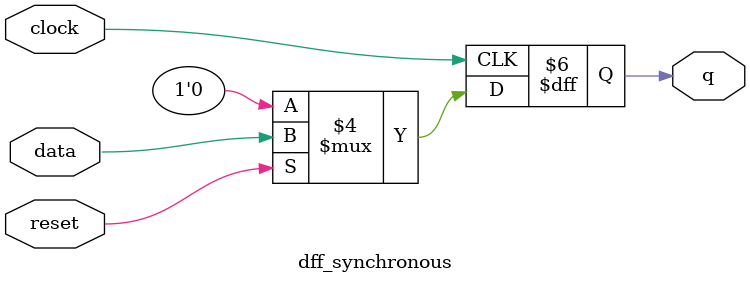
<source format=v>
module dff_synchronous(q, reset, clock, data);// d_flipflop with synchronous reset
   input reset, clock, data;
   output q;
   reg 	  q;

   always @ (posedge clock)
     begin
	if(reset == 0)
	  q <= 0;
	else
	  q <= data;
     end
   
endmodule // dff_synchronous

</source>
